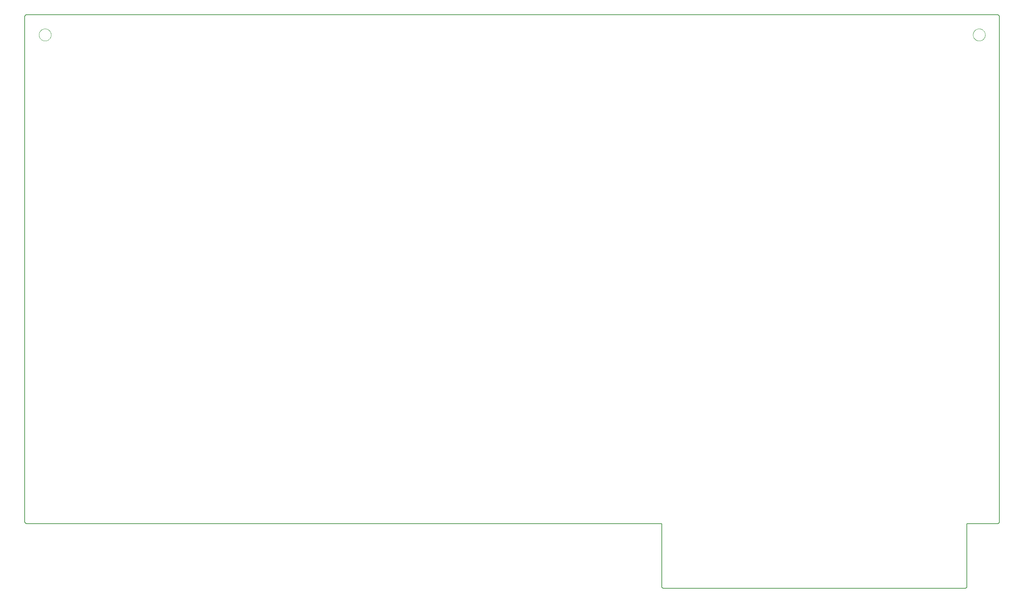
<source format=gko>
G75*
%MOIN*%
%OFA0B0*%
%FSLAX25Y25*%
%IPPOS*%
%LPD*%
%AMOC8*
5,1,8,0,0,1.08239X$1,22.5*
%
%ADD10C,0.00000*%
%ADD11C,0.00787*%
D10*
X0015173Y0544370D02*
X0015175Y0544523D01*
X0015181Y0544677D01*
X0015191Y0544830D01*
X0015205Y0544982D01*
X0015223Y0545135D01*
X0015245Y0545286D01*
X0015270Y0545437D01*
X0015300Y0545588D01*
X0015334Y0545738D01*
X0015371Y0545886D01*
X0015412Y0546034D01*
X0015457Y0546180D01*
X0015506Y0546326D01*
X0015559Y0546470D01*
X0015615Y0546612D01*
X0015675Y0546753D01*
X0015739Y0546893D01*
X0015806Y0547031D01*
X0015877Y0547167D01*
X0015952Y0547301D01*
X0016029Y0547433D01*
X0016111Y0547563D01*
X0016195Y0547691D01*
X0016283Y0547817D01*
X0016374Y0547940D01*
X0016468Y0548061D01*
X0016566Y0548179D01*
X0016666Y0548295D01*
X0016770Y0548408D01*
X0016876Y0548519D01*
X0016985Y0548627D01*
X0017097Y0548732D01*
X0017211Y0548833D01*
X0017329Y0548932D01*
X0017448Y0549028D01*
X0017570Y0549121D01*
X0017695Y0549210D01*
X0017822Y0549297D01*
X0017951Y0549379D01*
X0018082Y0549459D01*
X0018215Y0549535D01*
X0018350Y0549608D01*
X0018487Y0549677D01*
X0018626Y0549742D01*
X0018766Y0549804D01*
X0018908Y0549862D01*
X0019051Y0549917D01*
X0019196Y0549968D01*
X0019342Y0550015D01*
X0019489Y0550058D01*
X0019637Y0550097D01*
X0019786Y0550133D01*
X0019936Y0550164D01*
X0020087Y0550192D01*
X0020238Y0550216D01*
X0020391Y0550236D01*
X0020543Y0550252D01*
X0020696Y0550264D01*
X0020849Y0550272D01*
X0021002Y0550276D01*
X0021156Y0550276D01*
X0021309Y0550272D01*
X0021462Y0550264D01*
X0021615Y0550252D01*
X0021767Y0550236D01*
X0021920Y0550216D01*
X0022071Y0550192D01*
X0022222Y0550164D01*
X0022372Y0550133D01*
X0022521Y0550097D01*
X0022669Y0550058D01*
X0022816Y0550015D01*
X0022962Y0549968D01*
X0023107Y0549917D01*
X0023250Y0549862D01*
X0023392Y0549804D01*
X0023532Y0549742D01*
X0023671Y0549677D01*
X0023808Y0549608D01*
X0023943Y0549535D01*
X0024076Y0549459D01*
X0024207Y0549379D01*
X0024336Y0549297D01*
X0024463Y0549210D01*
X0024588Y0549121D01*
X0024710Y0549028D01*
X0024829Y0548932D01*
X0024947Y0548833D01*
X0025061Y0548732D01*
X0025173Y0548627D01*
X0025282Y0548519D01*
X0025388Y0548408D01*
X0025492Y0548295D01*
X0025592Y0548179D01*
X0025690Y0548061D01*
X0025784Y0547940D01*
X0025875Y0547817D01*
X0025963Y0547691D01*
X0026047Y0547563D01*
X0026129Y0547433D01*
X0026206Y0547301D01*
X0026281Y0547167D01*
X0026352Y0547031D01*
X0026419Y0546893D01*
X0026483Y0546753D01*
X0026543Y0546612D01*
X0026599Y0546470D01*
X0026652Y0546326D01*
X0026701Y0546180D01*
X0026746Y0546034D01*
X0026787Y0545886D01*
X0026824Y0545738D01*
X0026858Y0545588D01*
X0026888Y0545437D01*
X0026913Y0545286D01*
X0026935Y0545135D01*
X0026953Y0544982D01*
X0026967Y0544830D01*
X0026977Y0544677D01*
X0026983Y0544523D01*
X0026985Y0544370D01*
X0026983Y0544217D01*
X0026977Y0544063D01*
X0026967Y0543910D01*
X0026953Y0543758D01*
X0026935Y0543605D01*
X0026913Y0543454D01*
X0026888Y0543303D01*
X0026858Y0543152D01*
X0026824Y0543002D01*
X0026787Y0542854D01*
X0026746Y0542706D01*
X0026701Y0542560D01*
X0026652Y0542414D01*
X0026599Y0542270D01*
X0026543Y0542128D01*
X0026483Y0541987D01*
X0026419Y0541847D01*
X0026352Y0541709D01*
X0026281Y0541573D01*
X0026206Y0541439D01*
X0026129Y0541307D01*
X0026047Y0541177D01*
X0025963Y0541049D01*
X0025875Y0540923D01*
X0025784Y0540800D01*
X0025690Y0540679D01*
X0025592Y0540561D01*
X0025492Y0540445D01*
X0025388Y0540332D01*
X0025282Y0540221D01*
X0025173Y0540113D01*
X0025061Y0540008D01*
X0024947Y0539907D01*
X0024829Y0539808D01*
X0024710Y0539712D01*
X0024588Y0539619D01*
X0024463Y0539530D01*
X0024336Y0539443D01*
X0024207Y0539361D01*
X0024076Y0539281D01*
X0023943Y0539205D01*
X0023808Y0539132D01*
X0023671Y0539063D01*
X0023532Y0538998D01*
X0023392Y0538936D01*
X0023250Y0538878D01*
X0023107Y0538823D01*
X0022962Y0538772D01*
X0022816Y0538725D01*
X0022669Y0538682D01*
X0022521Y0538643D01*
X0022372Y0538607D01*
X0022222Y0538576D01*
X0022071Y0538548D01*
X0021920Y0538524D01*
X0021767Y0538504D01*
X0021615Y0538488D01*
X0021462Y0538476D01*
X0021309Y0538468D01*
X0021156Y0538464D01*
X0021002Y0538464D01*
X0020849Y0538468D01*
X0020696Y0538476D01*
X0020543Y0538488D01*
X0020391Y0538504D01*
X0020238Y0538524D01*
X0020087Y0538548D01*
X0019936Y0538576D01*
X0019786Y0538607D01*
X0019637Y0538643D01*
X0019489Y0538682D01*
X0019342Y0538725D01*
X0019196Y0538772D01*
X0019051Y0538823D01*
X0018908Y0538878D01*
X0018766Y0538936D01*
X0018626Y0538998D01*
X0018487Y0539063D01*
X0018350Y0539132D01*
X0018215Y0539205D01*
X0018082Y0539281D01*
X0017951Y0539361D01*
X0017822Y0539443D01*
X0017695Y0539530D01*
X0017570Y0539619D01*
X0017448Y0539712D01*
X0017329Y0539808D01*
X0017211Y0539907D01*
X0017097Y0540008D01*
X0016985Y0540113D01*
X0016876Y0540221D01*
X0016770Y0540332D01*
X0016666Y0540445D01*
X0016566Y0540561D01*
X0016468Y0540679D01*
X0016374Y0540800D01*
X0016283Y0540923D01*
X0016195Y0541049D01*
X0016111Y0541177D01*
X0016029Y0541307D01*
X0015952Y0541439D01*
X0015877Y0541573D01*
X0015806Y0541709D01*
X0015739Y0541847D01*
X0015675Y0541987D01*
X0015615Y0542128D01*
X0015559Y0542270D01*
X0015506Y0542414D01*
X0015457Y0542560D01*
X0015412Y0542706D01*
X0015371Y0542854D01*
X0015334Y0543002D01*
X0015300Y0543152D01*
X0015270Y0543303D01*
X0015245Y0543454D01*
X0015223Y0543605D01*
X0015205Y0543758D01*
X0015191Y0543910D01*
X0015181Y0544063D01*
X0015175Y0544217D01*
X0015173Y0544370D01*
X0924622Y0544370D02*
X0924624Y0544523D01*
X0924630Y0544677D01*
X0924640Y0544830D01*
X0924654Y0544982D01*
X0924672Y0545135D01*
X0924694Y0545286D01*
X0924719Y0545437D01*
X0924749Y0545588D01*
X0924783Y0545738D01*
X0924820Y0545886D01*
X0924861Y0546034D01*
X0924906Y0546180D01*
X0924955Y0546326D01*
X0925008Y0546470D01*
X0925064Y0546612D01*
X0925124Y0546753D01*
X0925188Y0546893D01*
X0925255Y0547031D01*
X0925326Y0547167D01*
X0925401Y0547301D01*
X0925478Y0547433D01*
X0925560Y0547563D01*
X0925644Y0547691D01*
X0925732Y0547817D01*
X0925823Y0547940D01*
X0925917Y0548061D01*
X0926015Y0548179D01*
X0926115Y0548295D01*
X0926219Y0548408D01*
X0926325Y0548519D01*
X0926434Y0548627D01*
X0926546Y0548732D01*
X0926660Y0548833D01*
X0926778Y0548932D01*
X0926897Y0549028D01*
X0927019Y0549121D01*
X0927144Y0549210D01*
X0927271Y0549297D01*
X0927400Y0549379D01*
X0927531Y0549459D01*
X0927664Y0549535D01*
X0927799Y0549608D01*
X0927936Y0549677D01*
X0928075Y0549742D01*
X0928215Y0549804D01*
X0928357Y0549862D01*
X0928500Y0549917D01*
X0928645Y0549968D01*
X0928791Y0550015D01*
X0928938Y0550058D01*
X0929086Y0550097D01*
X0929235Y0550133D01*
X0929385Y0550164D01*
X0929536Y0550192D01*
X0929687Y0550216D01*
X0929840Y0550236D01*
X0929992Y0550252D01*
X0930145Y0550264D01*
X0930298Y0550272D01*
X0930451Y0550276D01*
X0930605Y0550276D01*
X0930758Y0550272D01*
X0930911Y0550264D01*
X0931064Y0550252D01*
X0931216Y0550236D01*
X0931369Y0550216D01*
X0931520Y0550192D01*
X0931671Y0550164D01*
X0931821Y0550133D01*
X0931970Y0550097D01*
X0932118Y0550058D01*
X0932265Y0550015D01*
X0932411Y0549968D01*
X0932556Y0549917D01*
X0932699Y0549862D01*
X0932841Y0549804D01*
X0932981Y0549742D01*
X0933120Y0549677D01*
X0933257Y0549608D01*
X0933392Y0549535D01*
X0933525Y0549459D01*
X0933656Y0549379D01*
X0933785Y0549297D01*
X0933912Y0549210D01*
X0934037Y0549121D01*
X0934159Y0549028D01*
X0934278Y0548932D01*
X0934396Y0548833D01*
X0934510Y0548732D01*
X0934622Y0548627D01*
X0934731Y0548519D01*
X0934837Y0548408D01*
X0934941Y0548295D01*
X0935041Y0548179D01*
X0935139Y0548061D01*
X0935233Y0547940D01*
X0935324Y0547817D01*
X0935412Y0547691D01*
X0935496Y0547563D01*
X0935578Y0547433D01*
X0935655Y0547301D01*
X0935730Y0547167D01*
X0935801Y0547031D01*
X0935868Y0546893D01*
X0935932Y0546753D01*
X0935992Y0546612D01*
X0936048Y0546470D01*
X0936101Y0546326D01*
X0936150Y0546180D01*
X0936195Y0546034D01*
X0936236Y0545886D01*
X0936273Y0545738D01*
X0936307Y0545588D01*
X0936337Y0545437D01*
X0936362Y0545286D01*
X0936384Y0545135D01*
X0936402Y0544982D01*
X0936416Y0544830D01*
X0936426Y0544677D01*
X0936432Y0544523D01*
X0936434Y0544370D01*
X0936432Y0544217D01*
X0936426Y0544063D01*
X0936416Y0543910D01*
X0936402Y0543758D01*
X0936384Y0543605D01*
X0936362Y0543454D01*
X0936337Y0543303D01*
X0936307Y0543152D01*
X0936273Y0543002D01*
X0936236Y0542854D01*
X0936195Y0542706D01*
X0936150Y0542560D01*
X0936101Y0542414D01*
X0936048Y0542270D01*
X0935992Y0542128D01*
X0935932Y0541987D01*
X0935868Y0541847D01*
X0935801Y0541709D01*
X0935730Y0541573D01*
X0935655Y0541439D01*
X0935578Y0541307D01*
X0935496Y0541177D01*
X0935412Y0541049D01*
X0935324Y0540923D01*
X0935233Y0540800D01*
X0935139Y0540679D01*
X0935041Y0540561D01*
X0934941Y0540445D01*
X0934837Y0540332D01*
X0934731Y0540221D01*
X0934622Y0540113D01*
X0934510Y0540008D01*
X0934396Y0539907D01*
X0934278Y0539808D01*
X0934159Y0539712D01*
X0934037Y0539619D01*
X0933912Y0539530D01*
X0933785Y0539443D01*
X0933656Y0539361D01*
X0933525Y0539281D01*
X0933392Y0539205D01*
X0933257Y0539132D01*
X0933120Y0539063D01*
X0932981Y0538998D01*
X0932841Y0538936D01*
X0932699Y0538878D01*
X0932556Y0538823D01*
X0932411Y0538772D01*
X0932265Y0538725D01*
X0932118Y0538682D01*
X0931970Y0538643D01*
X0931821Y0538607D01*
X0931671Y0538576D01*
X0931520Y0538548D01*
X0931369Y0538524D01*
X0931216Y0538504D01*
X0931064Y0538488D01*
X0930911Y0538476D01*
X0930758Y0538468D01*
X0930605Y0538464D01*
X0930451Y0538464D01*
X0930298Y0538468D01*
X0930145Y0538476D01*
X0929992Y0538488D01*
X0929840Y0538504D01*
X0929687Y0538524D01*
X0929536Y0538548D01*
X0929385Y0538576D01*
X0929235Y0538607D01*
X0929086Y0538643D01*
X0928938Y0538682D01*
X0928791Y0538725D01*
X0928645Y0538772D01*
X0928500Y0538823D01*
X0928357Y0538878D01*
X0928215Y0538936D01*
X0928075Y0538998D01*
X0927936Y0539063D01*
X0927799Y0539132D01*
X0927664Y0539205D01*
X0927531Y0539281D01*
X0927400Y0539361D01*
X0927271Y0539443D01*
X0927144Y0539530D01*
X0927019Y0539619D01*
X0926897Y0539712D01*
X0926778Y0539808D01*
X0926660Y0539907D01*
X0926546Y0540008D01*
X0926434Y0540113D01*
X0926325Y0540221D01*
X0926219Y0540332D01*
X0926115Y0540445D01*
X0926015Y0540561D01*
X0925917Y0540679D01*
X0925823Y0540800D01*
X0925732Y0540923D01*
X0925644Y0541049D01*
X0925560Y0541177D01*
X0925478Y0541307D01*
X0925401Y0541439D01*
X0925326Y0541573D01*
X0925255Y0541709D01*
X0925188Y0541847D01*
X0925124Y0541987D01*
X0925064Y0542128D01*
X0925008Y0542270D01*
X0924955Y0542414D01*
X0924906Y0542560D01*
X0924861Y0542706D01*
X0924820Y0542854D01*
X0924783Y0543002D01*
X0924749Y0543152D01*
X0924719Y0543303D01*
X0924694Y0543454D01*
X0924672Y0543605D01*
X0924654Y0543758D01*
X0924640Y0543910D01*
X0924630Y0544063D01*
X0924624Y0544217D01*
X0924622Y0544370D01*
D11*
X0621472Y0067992D02*
X0003362Y0067992D01*
X0003276Y0067994D01*
X0003190Y0067999D01*
X0003105Y0068009D01*
X0003020Y0068022D01*
X0002936Y0068039D01*
X0002852Y0068059D01*
X0002770Y0068083D01*
X0002689Y0068111D01*
X0002608Y0068142D01*
X0002530Y0068176D01*
X0002453Y0068214D01*
X0002377Y0068256D01*
X0002304Y0068300D01*
X0002233Y0068348D01*
X0002163Y0068399D01*
X0002096Y0068453D01*
X0002032Y0068509D01*
X0001970Y0068569D01*
X0001910Y0068631D01*
X0001854Y0068695D01*
X0001800Y0068762D01*
X0001749Y0068832D01*
X0001701Y0068903D01*
X0001657Y0068977D01*
X0001615Y0069052D01*
X0001577Y0069129D01*
X0001543Y0069207D01*
X0001512Y0069288D01*
X0001484Y0069369D01*
X0001460Y0069451D01*
X0001440Y0069535D01*
X0001423Y0069619D01*
X0001410Y0069704D01*
X0001400Y0069789D01*
X0001395Y0069875D01*
X0001393Y0069961D01*
X0001394Y0069961D02*
X0001394Y0562087D01*
X0001393Y0562087D02*
X0001395Y0562173D01*
X0001400Y0562259D01*
X0001410Y0562344D01*
X0001423Y0562429D01*
X0001440Y0562513D01*
X0001460Y0562597D01*
X0001484Y0562679D01*
X0001512Y0562760D01*
X0001543Y0562841D01*
X0001577Y0562919D01*
X0001615Y0562996D01*
X0001657Y0563072D01*
X0001701Y0563145D01*
X0001749Y0563216D01*
X0001800Y0563286D01*
X0001854Y0563353D01*
X0001910Y0563417D01*
X0001970Y0563479D01*
X0002032Y0563539D01*
X0002096Y0563595D01*
X0002163Y0563649D01*
X0002233Y0563700D01*
X0002304Y0563748D01*
X0002378Y0563792D01*
X0002453Y0563834D01*
X0002530Y0563872D01*
X0002608Y0563906D01*
X0002689Y0563937D01*
X0002770Y0563965D01*
X0002852Y0563989D01*
X0002936Y0564009D01*
X0003020Y0564026D01*
X0003105Y0564039D01*
X0003190Y0564049D01*
X0003276Y0564054D01*
X0003362Y0564056D01*
X0003362Y0564055D02*
X0948244Y0564055D01*
X0948244Y0564056D02*
X0948330Y0564054D01*
X0948416Y0564049D01*
X0948501Y0564039D01*
X0948586Y0564026D01*
X0948670Y0564009D01*
X0948754Y0563989D01*
X0948836Y0563965D01*
X0948917Y0563937D01*
X0948998Y0563906D01*
X0949076Y0563872D01*
X0949153Y0563834D01*
X0949229Y0563792D01*
X0949302Y0563748D01*
X0949373Y0563700D01*
X0949443Y0563649D01*
X0949510Y0563595D01*
X0949574Y0563539D01*
X0949636Y0563479D01*
X0949696Y0563417D01*
X0949752Y0563353D01*
X0949806Y0563286D01*
X0949857Y0563216D01*
X0949905Y0563145D01*
X0949949Y0563072D01*
X0949991Y0562996D01*
X0950029Y0562919D01*
X0950063Y0562841D01*
X0950094Y0562760D01*
X0950122Y0562679D01*
X0950146Y0562597D01*
X0950166Y0562513D01*
X0950183Y0562429D01*
X0950196Y0562344D01*
X0950206Y0562259D01*
X0950211Y0562173D01*
X0950213Y0562087D01*
X0950213Y0069961D01*
X0950211Y0069875D01*
X0950206Y0069789D01*
X0950196Y0069704D01*
X0950183Y0069619D01*
X0950166Y0069535D01*
X0950146Y0069451D01*
X0950122Y0069369D01*
X0950094Y0069288D01*
X0950063Y0069207D01*
X0950029Y0069129D01*
X0949991Y0069052D01*
X0949949Y0068977D01*
X0949905Y0068903D01*
X0949857Y0068832D01*
X0949806Y0068762D01*
X0949752Y0068695D01*
X0949696Y0068631D01*
X0949636Y0068569D01*
X0949574Y0068509D01*
X0949510Y0068453D01*
X0949443Y0068399D01*
X0949373Y0068348D01*
X0949302Y0068300D01*
X0949229Y0068256D01*
X0949153Y0068214D01*
X0949076Y0068176D01*
X0948998Y0068142D01*
X0948917Y0068111D01*
X0948836Y0068083D01*
X0948754Y0068059D01*
X0948670Y0068039D01*
X0948586Y0068022D01*
X0948501Y0068009D01*
X0948416Y0067999D01*
X0948330Y0067994D01*
X0948244Y0067992D01*
X0918717Y0067992D01*
X0918717Y0006969D01*
X0918715Y0006883D01*
X0918710Y0006797D01*
X0918700Y0006712D01*
X0918687Y0006627D01*
X0918670Y0006543D01*
X0918650Y0006459D01*
X0918626Y0006377D01*
X0918598Y0006296D01*
X0918567Y0006215D01*
X0918533Y0006137D01*
X0918495Y0006060D01*
X0918453Y0005984D01*
X0918409Y0005911D01*
X0918361Y0005840D01*
X0918310Y0005770D01*
X0918256Y0005703D01*
X0918200Y0005639D01*
X0918140Y0005577D01*
X0918078Y0005517D01*
X0918014Y0005461D01*
X0917947Y0005407D01*
X0917877Y0005356D01*
X0917806Y0005308D01*
X0917733Y0005264D01*
X0917657Y0005222D01*
X0917580Y0005184D01*
X0917502Y0005150D01*
X0917421Y0005119D01*
X0917340Y0005091D01*
X0917258Y0005067D01*
X0917174Y0005047D01*
X0917090Y0005030D01*
X0917005Y0005017D01*
X0916920Y0005007D01*
X0916834Y0005002D01*
X0916748Y0005000D01*
X0623441Y0005000D01*
X0623355Y0005002D01*
X0623269Y0005007D01*
X0623184Y0005017D01*
X0623099Y0005030D01*
X0623015Y0005047D01*
X0622931Y0005067D01*
X0622849Y0005091D01*
X0622768Y0005119D01*
X0622687Y0005150D01*
X0622609Y0005184D01*
X0622532Y0005222D01*
X0622457Y0005264D01*
X0622383Y0005308D01*
X0622312Y0005356D01*
X0622242Y0005407D01*
X0622175Y0005461D01*
X0622111Y0005517D01*
X0622049Y0005577D01*
X0621989Y0005639D01*
X0621933Y0005703D01*
X0621879Y0005770D01*
X0621828Y0005840D01*
X0621780Y0005911D01*
X0621736Y0005985D01*
X0621694Y0006060D01*
X0621656Y0006137D01*
X0621622Y0006215D01*
X0621591Y0006296D01*
X0621563Y0006377D01*
X0621539Y0006459D01*
X0621519Y0006543D01*
X0621502Y0006627D01*
X0621489Y0006712D01*
X0621479Y0006797D01*
X0621474Y0006883D01*
X0621472Y0006969D01*
X0621472Y0067992D01*
M02*

</source>
